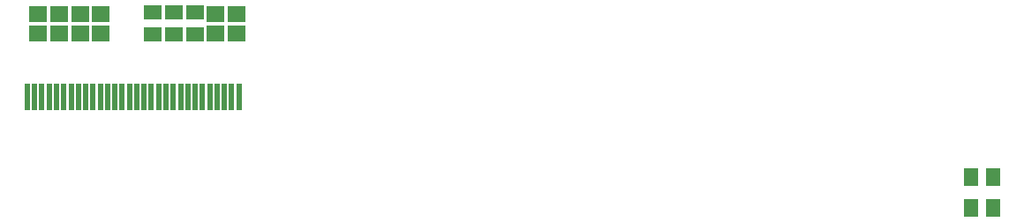
<source format=gbr>
%TF.GenerationSoftware,Altium Limited,Altium Designer,21.0.8 (223)*%
G04 Layer_Color=128*
%FSLAX45Y45*%
%MOMM*%
%TF.SameCoordinates,E6859DB6-3A4E-404A-A1E8-5F06C1255FAD*%
%TF.FilePolarity,Positive*%
%TF.FileFunction,Paste,Bot*%
%TF.Part,Single*%
G01*
G75*
%TA.AperFunction,SMDPad,CuDef*%
%ADD77R,1.65240X1.60240*%
%ADD78R,1.65240X1.35240*%
%ADD79R,1.35240X1.65240*%
%ADD80R,0.55240X2.65240*%
D77*
X2575000Y3557500D02*
D03*
Y3742500D02*
D03*
X2375000Y3557500D02*
D03*
Y3742500D02*
D03*
X1275000Y3557500D02*
D03*
Y3742500D02*
D03*
X1075000D02*
D03*
Y3557500D02*
D03*
X875000Y3742500D02*
D03*
Y3557500D02*
D03*
X675000D02*
D03*
Y3742500D02*
D03*
D78*
X2175000Y3755000D02*
D03*
Y3545000D02*
D03*
X1975000Y3755000D02*
D03*
Y3545000D02*
D03*
X1775000Y3755000D02*
D03*
Y3545000D02*
D03*
D79*
X9830000Y1875000D02*
D03*
X9620000D02*
D03*
X9830000Y2175000D02*
D03*
X9620000D02*
D03*
D80*
X1479500Y2947600D02*
D03*
X2599500D02*
D03*
X2389500D02*
D03*
X1969500D02*
D03*
X1759500D02*
D03*
X2179500D02*
D03*
X1199500D02*
D03*
X1409500D02*
D03*
X989500D02*
D03*
X2529500D02*
D03*
X2459500D02*
D03*
X2319500D02*
D03*
X2249500D02*
D03*
X2039500D02*
D03*
X2109500D02*
D03*
X1899500D02*
D03*
X1829500D02*
D03*
X1619500D02*
D03*
X1689500D02*
D03*
X1549500D02*
D03*
X1269500D02*
D03*
X1339500D02*
D03*
X1129500D02*
D03*
X1059500D02*
D03*
X919500D02*
D03*
X569500D02*
D03*
X849500D02*
D03*
X639500D02*
D03*
X709500D02*
D03*
X779500D02*
D03*
%TF.MD5,734a7586aba18539a7c9f1f2df5e5f32*%
M02*

</source>
